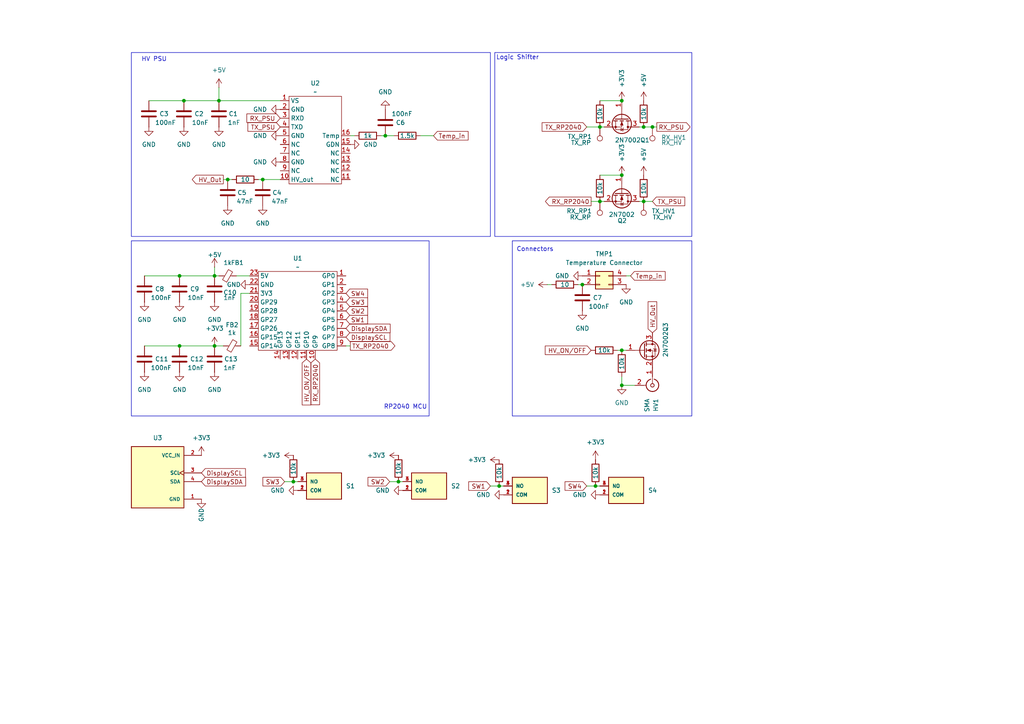
<source format=kicad_sch>
(kicad_sch (version 20231120) (generator "eeschema") (generator_version "8.0")
  (paper "A4")
  (lib_symbols
    (symbol "C11204-01:C11204"
      (property "Reference" "U" (at 0 5.08 0))
      (symbol "C11204_0_1"
        (rectangle (start -7.62 6.35) (end 7.62 -19.05))
      )
      (symbol "C11204_1_1"
        (pin input line (at -10.16 5.08 0) (length 2.54) (name "VS") (number "1"))
        (pin input line (at -10.16 -17.78 0) (length 2.54) (name "HV_out") (number "10"))
        (pin input line (at 10.16 -17.78 180) (length 2.54) (name "NC") (number "11"))
        (pin input line (at 10.16 -15.24 180) (length 2.54) (name "NC") (number "12"))
        (pin input line (at 10.16 -12.7 180) (length 2.54) (name "NC") (number "13"))
        (pin input line (at 10.16 -10.16 180) (length 2.54) (name "NC") (number "14"))
        (pin input line (at 10.16 -7.62 180) (length 2.54) (name "GDN") (number "15"))
        (pin input line (at 10.16 -5.08 180) (length 2.54) (name "Temp") (number "16"))
        (pin input line (at -10.16 2.54 0) (length 2.54) (name "GND") (number "2"))
        (pin input line (at -10.16 0 0) (length 2.54) (name "RXD") (number "3"))
        (pin output line (at -10.16 -2.54 0) (length 2.54) (name "TXD") (number "4"))
        (pin input line (at -10.16 -5.08 0) (length 2.54) (name "GND") (number "5"))
        (pin input line (at -10.16 -7.62 0) (length 2.54) (name "NC") (number "6"))
        (pin input line (at -10.16 -10.16 0) (length 2.54) (name "NC") (number "7"))
        (pin input line (at -10.16 -12.7 0) (length 2.54) (name "GND") (number "8"))
        (pin input line (at -10.16 -15.24 0) (length 2.54) (name "NC") (number "9"))
      )
    )
    (symbol "Connector:Conn_Coaxial" (pin_names (offset 1.016) hide)
      (property "Reference" "J" (at 0.254 3.048 0))
      (property "Value" "Conn_Coaxial" (at 2.921 0 90))
      (symbol "Conn_Coaxial_0_1"
        (arc (start -1.778 -0.508) (mid 0.2311 -1.8066) (end 1.778 0) (stroke (width 0.254)))
        (polyline (pts (xy -2.54 0) (xy -0.508 0)))
        (polyline (pts (xy 0 -2.54) (xy 0 -1.778)))
        (circle (center 0 0) (radius 0.508) (stroke (width 0.2032)))
        (arc (start 1.778 0) (mid 0.2099 1.8101) (end -1.778 0.508) (stroke (width 0.254)))
      )
      (symbol "Conn_Coaxial_1_1"
        (pin passive line (at -5.08 0 0) (length 2.54) (name "In") (number "1"))
        (pin passive line (at 0 -5.08 90) (length 2.54) (name "Ext") (number "2"))
      )
    )
    (symbol "Connector:TestPoint" (pin_numbers hide) (pin_names (offset 0.762) hide)
      (property "Reference" "TP" (at 0 6.858 0))
      (property "Value" "TestPoint" (at 0 5.08 0))
      (symbol "TestPoint_0_1"
        (circle (center 0 3.302) (radius 0.762))
      )
      (symbol "TestPoint_1_1"
        (pin passive line (at 0 0 90) (length 2.54) (name "1") (number "1"))
      )
    )
    (symbol "Connector_Generic:Conn_02x02_Counter_Clockwise" (pin_names (offset 1.016) hide)
      (property "Reference" "J" (at 1.27 2.54 0))
      (property "Value" "Conn_02x02_Counter_Clockwise" (at 1.27 -5.08 0))
      (symbol "Conn_02x02_Counter_Clockwise_1_1"
        (rectangle (start -1.27 -2.413) (end 0 -2.667) (stroke (width 0.1524)))
        (rectangle (start -1.27 0.127) (end 0 -0.127) (stroke (width 0.1524)))
        (rectangle (start -1.27 1.27) (end 3.81 -3.81) (stroke (width 0.254)) (fill (type background)))
        (rectangle (start 3.81 -2.413) (end 2.54 -2.667) (stroke (width 0.1524)))
        (rectangle (start 3.81 0.127) (end 2.54 -0.127) (stroke (width 0.1524)))
        (pin passive line (at -5.08 0 0) (length 3.81) (name "Pin_1") (number "1"))
        (pin passive line (at -5.08 -2.54 0) (length 3.81) (name "Pin_2") (number "2"))
        (pin passive line (at 7.62 -2.54 180) (length 3.81) (name "Pin_3") (number "3"))
        (pin passive line (at 7.62 0 180) (length 3.81) (name "Pin_4") (number "4"))
      )
    )
    (symbol "Device:C" (pin_numbers hide) (pin_names (offset 0.254))
      (property "Reference" "C" (at 0.635 2.54 0))
      (property "Value" "C" (at 0.635 -2.54 0))
      (symbol "C_0_1"
        (polyline (pts (xy -2.032 -0.762) (xy 2.032 -0.762)) (stroke (width 0.508)))
        (polyline (pts (xy -2.032 0.762) (xy 2.032 0.762)) (stroke (width 0.508)))
      )
      (symbol "C_1_1"
        (pin passive line (at 0 3.81 270) (length 2.794) (name "~") (number "1"))
        (pin passive line (at 0 -3.81 90) (length 2.794) (name "~") (number "2"))
      )
    )
    (symbol "Device:FerriteBead_Small" (pin_numbers hide) (pin_names (offset 0))
      (property "Reference" "FB" (at 1.905 1.27 0))
      (property "Value" "FerriteBead_Small" (at 1.905 -1.27 0))
      (symbol "FerriteBead_Small_0_1"
        (polyline (pts (xy 0 -1.27) (xy 0 -0.7874)))
        (polyline (pts (xy 0 0.889) (xy 0 1.2954)))
        (polyline (pts (xy -1.8288 0.2794) (xy -1.1176 1.4986) (xy 1.8288 -0.2032) (xy 1.1176 -1.4224) (xy -1.8288 0.2794)))
      )
      (symbol "FerriteBead_Small_1_1"
        (pin passive line (at 0 2.54 270) (length 1.27) (name "~") (number "1"))
        (pin passive line (at 0 -2.54 90) (length 1.27) (name "~") (number "2"))
      )
    )
    (symbol "Device:R" (pin_numbers hide) (pin_names (offset 0))
      (property "Reference" "R" (at 2.032 0 90))
      (property "Value" "R" (at 0 0 90))
      (symbol "R_0_1"
        (rectangle (start -1.016 -2.54) (end 1.016 2.54) (stroke (width 0.254)))
      )
      (symbol "R_1_1"
        (pin passive line (at 0 3.81 270) (length 1.27) (name "~") (number "1"))
        (pin passive line (at 0 -3.81 90) (length 1.27) (name "~") (number "2"))
      )
    )
    (symbol "Oled_Module:DM-OLED096-636" (pin_names (offset 1.016))
      (property "Reference" "U" (at -7.62 10.922 0))
      (property "Value" "DM-OLED096-636" (at -7.62 -10.16 0))
      (symbol "DM-OLED096-636_0_0"
        (rectangle (start -7.62 -7.62) (end 7.62 10.16) (stroke (width 0.254)) (fill (type background)))
        (pin power_in line (at 12.7 -5.08 180) (length 5.08) (name "GND") (number "1"))
        (pin power_in line (at 12.7 7.62 180) (length 5.08) (name "VCC_IN") (number "2"))
        (pin input clock (at 12.7 2.54 180) (length 5.08) (name "SCL") (number "3"))
        (pin bidirectional line (at 12.7 0 180) (length 5.08) (name "SDA") (number "4"))
      )
    )
    (symbol "RP2040MCU:SuperMiniRP2040"
      (property "Reference" "U" (at 0 0 0))
      (symbol "SuperMiniRP2040_0_1"
        (rectangle (start -11.43 7.62) (end 11.43 -15.24))
      )
      (symbol "SuperMiniRP2040_1_1"
        (pin input line (at 13.97 6.35 180) (length 2.54) (name "GP0") (number "1"))
        (pin input line (at 5.08 -17.78 90) (length 2.54) (name "GP9") (number "10"))
        (pin input line (at 2.54 -17.78 90) (length 2.54) (name "GP10") (number "11"))
        (pin input line (at 0 -17.78 90) (length 2.54) (name "GP11") (number "12"))
        (pin input line (at -2.54 -17.78 90) (length 2.54) (name "GP12") (number "13"))
        (pin input line (at -5.08 -17.78 90) (length 2.54) (name "GP13") (number "14"))
        (pin input line (at -13.97 -13.97 0) (length 2.54) (name "GP14") (number "15"))
        (pin input line (at -13.97 -11.43 0) (length 2.54) (name "GP15") (number "16"))
        (pin input line (at -13.97 -8.89 0) (length 2.54) (name "GP26") (number "17"))
        (pin input line (at -13.97 -6.35 0) (length 2.54) (name "GP27") (number "18"))
        (pin input line (at -13.97 -3.81 0) (length 2.54) (name "GP28") (number "19"))
        (pin input line (at 13.97 3.81 180) (length 2.54) (name "GP1") (number "2"))
        (pin input line (at -13.97 -1.27 0) (length 2.54) (name "GP29") (number "20"))
        (pin input line (at -13.97 1.27 0) (length 2.54) (name "3V3") (number "21"))
        (pin input line (at -13.97 3.81 0) (length 2.54) (name "GND") (number "22"))
        (pin input line (at -13.97 6.35 0) (length 2.54) (name "5V") (number "23"))
        (pin input line (at 13.97 1.27 180) (length 2.54) (name "GP2") (number "3"))
        (pin input line (at 13.97 -1.27 180) (length 2.54) (name "GP3") (number "4"))
        (pin input line (at 13.97 -3.81 180) (length 2.54) (name "GP4") (number "5"))
        (pin input line (at 13.97 -6.35 180) (length 2.54) (name "GP5") (number "6"))
        (pin input line (at 13.97 -8.89 180) (length 2.54) (name "GP6") (number "7"))
        (pin input line (at 13.97 -11.43 180) (length 2.54) (name "GP7") (number "8"))
        (pin input line (at 13.97 -13.97 180) (length 2.54) (name "GP8") (number "9"))
      )
    )
    (symbol "Switch:PTS815_SJG_250_SMTR_LFS" (pin_names (offset 1.016))
      (property "Reference" "S" (at 5.08 5.08 0))
      (property "Value" "PTS815_SJG_250_SMTR_LFS" (at 5.08 2.54 0))
      (symbol "PTS815_SJG_250_SMTR_LFS_0_0"
        (rectangle (start 0 -7.62) (end 10.16 0) (stroke (width 0.254)) (fill (type background)))
        (pin bidirectional line (at -2.54 -5.08 0) (length 2.54) (name "COM") (number "1"))
        (pin bidirectional line (at -2.54 -5.08 0) (length 2.54) (name "COM") (number "2"))
        (pin bidirectional line (at -2.54 -2.54 0) (length 2.54) (name "NO") (number "3"))
        (pin bidirectional line (at -2.54 -2.54 0) (length 2.54) (name "NO") (number "4"))
      )
    )
    (symbol "Transistor_FET:2N7002" (pin_names hide)
      (property "Reference" "Q" (at 5.08 1.905 0))
      (property "Value" "2N7002" (at 5.08 0 0))
      (symbol "2N7002_0_1"
        (polyline (pts (xy 0.254 0) (xy -2.54 0)))
        (polyline (pts (xy 0.254 1.905) (xy 0.254 -1.905)) (stroke (width 0.254)))
        (polyline (pts (xy 0.762 -1.27) (xy 0.762 -2.286)) (stroke (width 0.254)))
        (polyline (pts (xy 0.762 0.508) (xy 0.762 -0.508)) (stroke (width 0.254)))
        (polyline (pts (xy 0.762 2.286) (xy 0.762 1.27)) (stroke (width 0.254)))
        (polyline (pts (xy 2.54 2.54) (xy 2.54 1.778)))
        (polyline (pts (xy 2.54 -2.54) (xy 2.54 0) (xy 0.762 0)))
        (polyline (pts (xy 0.762 -1.778) (xy 3.302 -1.778) (xy 3.302 1.778) (xy 0.762 1.778)))
        (polyline (pts (xy 1.016 0) (xy 2.032 0.381) (xy 2.032 -0.381) (xy 1.016 0)) (fill (type outline)))
        (polyline (pts (xy 2.794 0.508) (xy 2.921 0.381) (xy 3.683 0.381) (xy 3.81 0.254)))
        (polyline (pts (xy 3.302 0.381) (xy 2.921 -0.254) (xy 3.683 -0.254) (xy 3.302 0.381)))
        (circle (center 1.651 0) (radius 2.794) (stroke (width 0.254)))
        (circle (center 2.54 -1.778) (radius 0.254) (fill (type outline)))
        (circle (center 2.54 1.778) (radius 0.254) (fill (type outline)))
      )
      (symbol "2N7002_1_1"
        (pin input line (at -5.08 0 0) (length 2.54) (name "G") (number "1"))
        (pin passive line (at 2.54 -5.08 90) (length 2.54) (name "S") (number "2"))
        (pin passive line (at 2.54 5.08 270) (length 2.54) (name "D") (number "3"))
      )
    )
    (symbol "power:+3V3" (power) (pin_numbers hide) (pin_names (offset 0) hide)
      (property "Value" "+3V3" (at 0 3.556 0))
      (symbol "+3V3_0_1"
        (polyline (pts (xy -0.762 1.27) (xy 0 2.54)))
        (polyline (pts (xy 0 0) (xy 0 2.54)))
        (polyline (pts (xy 0 2.54) (xy 0.762 1.27)))
      )
      (symbol "+3V3_1_1"
        (pin power_in line (at 0 0 90) (length 0) (name "~") (number "1"))
      )
    )
    (symbol "power:+5V" (power) (pin_numbers hide) (pin_names (offset 0) hide)
      (property "Value" "+5V" (at 0 3.556 0))
      (symbol "+5V_0_1"
        (polyline (pts (xy -0.762 1.27) (xy 0 2.54)))
        (polyline (pts (xy 0 0) (xy 0 2.54)))
        (polyline (pts (xy 0 2.54) (xy 0.762 1.27)))
      )
      (symbol "+5V_1_1"
        (pin power_in line (at 0 0 90) (length 0) (name "~") (number "1"))
      )
    )
    (symbol "power:GND" (power) (pin_numbers hide) (pin_names (offset 0) hide)
      (property "Value" "GND" (at 0 -3.81 0))
      (symbol "GND_0_1"
        (polyline (pts (xy 0 0) (xy 0 -1.27) (xy 1.27 -1.27) (xy 0 -2.54) (xy -1.27 -1.27) (xy 0 -1.27)))
      )
      (symbol "GND_1_1"
        (pin power_in line (at 0 0 270) (length 0) (name "~") (number "1"))
      )
    )
  )
  (junction (at 189.23 36.83))
  (junction (at 66.04 52.07))
  (junction (at 85.09 139.7))
  (junction (at 63.5 29.21))
  (junction (at 62.23 80.01))
  (junction (at 52.07 80.01))
  (junction (at 115.57 139.7))
  (junction (at 168.91 82.55))
  (junction (at 180.34 101.6))
  (junction (at 180.34 29.21))
  (junction (at 53.34 29.21))
  (junction (at 173.99 36.83))
  (junction (at 76.2 52.07))
  (junction (at 180.34 111.76))
  (junction (at 186.69 36.83))
  (junction (at 186.69 58.42))
  (junction (at 172.72 140.97))
  (junction (at 52.07 100.33))
  (junction (at 62.23 100.33))
  (junction (at 144.78 140.97))
  (junction (at 173.99 58.42))
  (junction (at 111.76 39.37))
  (junction (at 180.34 50.8))
  (wire (pts (xy 69.85 85.09) (xy 69.85 100.33)))
  (wire (pts (xy 180.34 109.22) (xy 180.34 111.76)))
  (wire (pts (xy 52.07 80.01) (xy 62.23 80.01)))
  (wire (pts (xy 189.23 58.42) (xy 186.69 58.42)))
  (wire (pts (xy 179.07 101.6) (xy 180.34 101.6)))
  (wire (pts (xy 115.57 139.7) (xy 116.84 139.7)))
  (wire (pts (xy 121.92 39.37) (xy 125.73 39.37)))
  (wire (pts (xy 66.04 52.07) (xy 67.31 52.07)))
  (wire (pts (xy 63.5 25.4) (xy 63.5 29.21)))
  (wire (pts (xy 171.45 58.42) (xy 173.99 58.42)))
  (wire (pts (xy 41.91 100.33) (xy 52.07 100.33)))
  (wire (pts (xy 180.34 111.76) (xy 184.15 111.76)))
  (wire (pts (xy 180.34 50.8) (xy 173.99 50.8)))
  (wire (pts (xy 190.5 36.83) (xy 189.23 36.83)))
  (wire (pts (xy 142.24 140.97) (xy 144.78 140.97)))
  (wire (pts (xy 101.6 100.33) (xy 100.33 100.33)))
  (wire (pts (xy 41.91 80.01) (xy 52.07 80.01)))
  (wire (pts (xy 113.03 139.7) (xy 115.57 139.7)))
  (wire (pts (xy 69.85 85.09) (xy 72.39 85.09)))
  (wire (pts (xy 175.26 58.42) (xy 173.99 58.42)))
  (wire (pts (xy 180.34 101.6) (xy 181.61 101.6)))
  (wire (pts (xy 170.18 36.83) (xy 173.99 36.83)))
  (wire (pts (xy 74.93 52.07) (xy 76.2 52.07)))
  (wire (pts (xy 175.26 36.83) (xy 173.99 36.83)))
  (wire (pts (xy 167.64 82.55) (xy 168.91 82.55)))
  (wire (pts (xy 76.2 52.07) (xy 81.28 52.07)))
  (wire (pts (xy 62.23 80.01) (xy 63.5 80.01)))
  (wire (pts (xy 53.34 29.21) (xy 63.5 29.21)))
  (wire (pts (xy 144.78 140.97) (xy 146.05 140.97)))
  (wire (pts (xy 68.58 80.01) (xy 72.39 80.01)))
  (wire (pts (xy 63.5 29.21) (xy 81.28 29.21)))
  (wire (pts (xy 170.18 140.97) (xy 172.72 140.97)))
  (wire (pts (xy 180.34 29.21) (xy 173.99 29.21)))
  (wire (pts (xy 114.3 39.37) (xy 111.76 39.37)))
  (wire (pts (xy 82.55 139.7) (xy 85.09 139.7)))
  (wire (pts (xy 102.87 39.37) (xy 101.6 39.37)))
  (wire (pts (xy 111.76 39.37) (xy 110.49 39.37)))
  (wire (pts (xy 158.75 82.55) (xy 160.02 82.55)))
  (wire (pts (xy 189.23 36.83) (xy 186.69 36.83)))
  (wire (pts (xy 62.23 77.47) (xy 62.23 80.01)))
  (wire (pts (xy 52.07 100.33) (xy 62.23 100.33)))
  (wire (pts (xy 186.69 36.83) (xy 185.42 36.83)))
  (wire (pts (xy 172.72 140.97) (xy 173.99 140.97)))
  (wire (pts (xy 186.69 58.42) (xy 185.42 58.42)))
  (wire (pts (xy 85.09 139.7) (xy 86.36 139.7)))
  (wire (pts (xy 43.18 29.21) (xy 53.34 29.21)))
  (wire (pts (xy 64.77 52.07) (xy 66.04 52.07)))
  (wire (pts (xy 182.88 80.01) (xy 181.61 80.01)))
  (wire (pts (xy 62.23 100.33) (xy 64.77 100.33)))
  (rectangle (start 38.1 15.24) (end 142.24 68.58))
  (rectangle (start 148.59 69.85) (end 200.66 120.65))
  (rectangle (start 38.1 69.85) (end 124.46 120.65))
  (rectangle (start 143.51 15.24) (end 200.66 68.58))
  (text "Connectors" (at 155.194 72.39 0) (effects (font (size 1.27 1.27))))
  (text "Logic Shifter" (at 150.114 16.764 0) (effects (font (size 1.27 1.27))))
  (text "HV PSU" (at 44.704 17.272 0) (effects (font (size 1.27 1.27))))
  (text "RP2040 MCU" (at 117.602 118.11 0) (effects (font (size 1.27 1.27))))
  (global_label "SW1" (shape input) (at 142.24 140.97 180) (property "Intersheetrefs" "${INTERSHEET_REFS}" (effects (hide yes))))
  (global_label "DisplaySDA" (shape input) (at 58.42 139.7 0) (property "Intersheetrefs" "${INTERSHEET_REFS}" (effects (hide yes))))
  (global_label "HV_Out" (shape input) (at 189.23 96.52 90) (property "Intersheetrefs" "${INTERSHEET_REFS}" (effects (hide yes))))
  (global_label "SW1" (shape input) (at 100.33 92.71 0) (property "Intersheetrefs" "${INTERSHEET_REFS}" (effects (hide yes))))
  (global_label "RX_RP2040" (shape input) (at 91.44 104.14 270) (property "Intersheetrefs" "${INTERSHEET_REFS}" (effects (hide yes))))
  (global_label "HV_ON{slash}OFF" (shape input) (at 88.9 104.14 270) (property "Intersheetrefs" "${INTERSHEET_REFS}" (effects (hide yes))))
  (global_label "Temp_in" (shape input) (at 125.73 39.37 0) (property "Intersheetrefs" "${INTERSHEET_REFS}" (effects (hide yes))))
  (global_label "SW3" (shape input) (at 82.55 139.7 180) (property "Intersheetrefs" "${INTERSHEET_REFS}" (effects (hide yes))))
  (global_label "RX_PSU" (shape output) (at 190.5 36.83 0) (property "Intersheetrefs" "${INTERSHEET_REFS}" (effects (hide yes))))
  (global_label "SW2" (shape input) (at 113.03 139.7 180) (property "Intersheetrefs" "${INTERSHEET_REFS}" (effects (hide yes))))
  (global_label "HV_ON{slash}OFF" (shape input) (at 171.45 101.6 180) (property "Intersheetrefs" "${INTERSHEET_REFS}" (effects (hide yes))))
  (global_label "TX_RP2040" (shape output) (at 101.6 100.33 0) (property "Intersheetrefs" "${INTERSHEET_REFS}" (effects (hide yes))))
  (global_label "TX_PSU" (shape input) (at 81.28 36.83 180) (property "Intersheetrefs" "${INTERSHEET_REFS}" (effects (hide yes))))
  (global_label "SW3" (shape input) (at 100.33 87.63 0) (property "Intersheetrefs" "${INTERSHEET_REFS}" (effects (hide yes))))
  (global_label "TX_PSU" (shape input) (at 189.23 58.42 0) (property "Intersheetrefs" "${INTERSHEET_REFS}" (effects (hide yes))))
  (global_label "RX_PSU" (shape input) (at 81.28 34.29 180) (property "Intersheetrefs" "${INTERSHEET_REFS}" (effects (hide yes))))
  (global_label "DisplaySCL" (shape input) (at 58.42 137.16 0) (property "Intersheetrefs" "${INTERSHEET_REFS}" (effects (hide yes))))
  (global_label "Temp_in" (shape input) (at 182.88 80.01 0) (property "Intersheetrefs" "${INTERSHEET_REFS}" (effects (hide yes))))
  (global_label "DisplaySCL" (shape input) (at 100.33 97.79 0) (property "Intersheetrefs" "${INTERSHEET_REFS}" (effects (hide yes))))
  (global_label "SW4" (shape input) (at 100.33 85.09 0) (property "Intersheetrefs" "${INTERSHEET_REFS}" (effects (hide yes))))
  (global_label "HV_Out" (shape output) (at 64.77 52.07 180) (property "Intersheetrefs" "${INTERSHEET_REFS}" (effects (hide yes))))
  (global_label "RX_RP2040" (shape output) (at 171.45 58.42 180) (property "Intersheetrefs" "${INTERSHEET_REFS}" (effects (hide yes))))
  (global_label "DisplaySDA" (shape input) (at 100.33 95.25 0) (property "Intersheetrefs" "${INTERSHEET_REFS}" (effects (hide yes))))
  (global_label "SW2" (shape input) (at 100.33 90.17 0) (property "Intersheetrefs" "${INTERSHEET_REFS}" (effects (hide yes))))
  (global_label "TX_RP2040" (shape input) (at 170.18 36.83 180) (property "Intersheetrefs" "${INTERSHEET_REFS}" (effects (hide yes))))
  (global_label "SW4" (shape input) (at 170.18 140.97 180) (property "Intersheetrefs" "${INTERSHEET_REFS}" (effects (hide yes))))
  (symbol (lib_id "power:GND") (at 81.28 46.99 270) (unit 1)
    (property "Reference" "#PWR08" (effects (hide yes)))
    (property "Value" "GND" (at 77.47 46.9899 90) (effects (justify right)))
    (property "Description" "Power symbol creates a global label with name \"GND\" , ground" (effects (hide yes)))
  )
  (symbol (lib_id "power:GND") (at 180.34 111.76 0) (unit 1)
    (property "Reference" "#PWR040" (effects (hide yes)))
    (property "Value" "GND" (at 180.34 116.84 0))
    (property "Description" "Power symbol creates a global label with name \"GND\" , ground" (effects (hide yes)))
  )
  (symbol (lib_id "power:GND") (at 86.36 142.24 270) (unit 1)
    (property "Reference" "#PWR034" (effects (hide yes)))
    (property "Value" "GND" (at 82.55 142.2399 90) (effects (justify right)))
    (property "Description" "Power symbol creates a global label with name \"GND\" , ground" (effects (hide yes)))
  )
  (symbol (lib_id "Device:R") (at 186.69 33.02 0) (unit 1)
    (property "Reference" "R2" (effects (hide yes)))
    (property "Value" "10k" (at 186.69 33.02 90))
    (property "Footprint" "Resistor_SMD:R_0603_1608Metric" (effects (hide yes)))
    (property "Description" "Resistor" (effects (hide yes)))
  )
  (symbol (lib_id "power:+3V3") (at 58.42 132.08 0) (unit 1)
    (property "Reference" "#PWR030" (effects (hide yes)))
    (property "Value" "+3V3" (at 58.42 127 0))
    (property "Description" "Power symbol creates a global label with name \"+3V3\"" (effects (hide yes)))
  )
  (symbol (lib_id "Device:C") (at 111.76 35.56 0) (mirror x) (unit 1)
    (property "Reference" "C6" (at 114.808 35.56 0) (effects (justify left)))
    (property "Value" "100nF" (at 113.538 33.02 0) (effects (justify left)))
    (property "Footprint" "Capacitor_SMD:C_0603_1608Metric" (effects (hide yes)))
    (property "Description" "Unpolarized capacitor" (effects (hide yes)))
  )
  (symbol (lib_id "Device:FerriteBead_Small") (at 66.04 80.01 90) (unit 1)
    (property "Reference" "FB1" (at 68.834 76.2 90))
    (property "Value" "1k" (at 66.0019 76.2 90))
    (property "Footprint" "Inductor_SMD:L_0603_1608Metric" (effects (hide yes)))
    (property "Description" "Ferrite bead, small symbol" (effects (hide yes)))
  )
  (symbol (lib_id "Device:R") (at 186.69 54.61 0) (unit 1)
    (property "Reference" "R4" (effects (hide yes)))
    (property "Value" "10k" (at 186.69 54.61 90))
    (property "Footprint" "Resistor_SMD:R_0603_1608Metric" (effects (hide yes)))
    (property "Description" "Resistor" (effects (hide yes)))
  )
  (symbol (lib_id "power:+3V3") (at 115.57 132.08 90) (unit 1)
    (property "Reference" "#PWR038" (effects (hide yes)))
    (property "Value" "+3V3" (at 111.76 132.0799 90) (effects (justify left)))
    (property "Description" "Power symbol creates a global label with name \"+3V3\"" (effects (hide yes)))
  )
  (symbol (lib_id "Connector:TestPoint") (at 173.99 58.42 0) (mirror x) (unit 1)
    (property "Reference" "RX_RP1" (at 171.704 61.214 0) (effects (justify right)))
    (property "Value" "RX_RP" (at 171.45 62.9919 0) (effects (justify right)))
    (property "Footprint" "TestPoint:TestPoint_Pad_D2.0mm" (effects (hide yes)))
    (property "Description" "test point" (effects (hide yes)))
  )
  (symbol (lib_id "Device:R") (at 175.26 101.6 90) (unit 1)
    (property "Reference" "R13" (effects (hide yes)))
    (property "Value" "10k" (at 175.26 101.6 90))
    (property "Footprint" "Resistor_SMD:R_0603_1608Metric" (effects (hide yes)))
    (property "Description" "Resistor" (effects (hide yes)))
  )
  (symbol (lib_id "power:GND") (at 53.34 36.83 0) (unit 1)
    (property "Reference" "#PWR014" (effects (hide yes)))
    (property "Value" "GND" (at 53.34 41.91 0))
    (property "Description" "Power symbol creates a global label with name \"GND\" , ground" (effects (hide yes)))
  )
  (symbol (lib_id "power:GND") (at 111.76 31.75 180) (unit 1)
    (property "Reference" "#PWR018" (effects (hide yes)))
    (property "Value" "GND" (at 111.76 26.67 0))
    (property "Description" "Power symbol creates a global label with name \"GND\" , ground" (effects (hide yes)))
  )
  (symbol (lib_id "RP2040MCU:SuperMiniRP2040") (at 86.36 86.36 0) (unit 1)
    (property "Reference" "U1" (at 86.36 74.93 0))
    (property "Value" "~" (at 86.36 77.47 0))
    (property "Footprint" "RP2040MCU:SuperMiniRP2040" (effects (hide yes)))
  )
  (symbol (lib_id "power:GND") (at 81.28 31.75 270) (unit 1)
    (property "Reference" "#PWR06" (effects (hide yes)))
    (property "Value" "GND" (at 77.47 31.7499 90) (effects (justify right)))
    (property "Description" "Power symbol creates a global label with name \"GND\" , ground" (effects (hide yes)))
  )
  (symbol (lib_id "Device:R") (at 163.83 82.55 270) (unit 1)
    (property "Reference" "R8" (effects (hide yes)))
    (property "Value" "10" (at 163.83 82.55 90))
    (property "Footprint" "Resistor_SMD:R_0603_1608Metric" (effects (hide yes)))
    (property "Description" "Resistor" (effects (hide yes)))
  )
  (symbol (lib_id "Oled_Module:DM-OLED096-636") (at 45.72 139.7 0) (unit 1)
    (property "Reference" "U3" (at 45.72 127 0))
    (property "Value" "DM-OLED096-636" (effects (hide yes)))
    (property "Footprint" "Oled_module:MODULE_DM-OLED096-636" (effects (hide yes)))
    (property "MF" "Display Module" (effects (hide yes)))
    (property "MAXIMUM_PACKAGE_HEIGHT" "11.3 mm" (effects (hide yes)))
    (property "Package" "Package" (effects (hide yes)))
    (property "Price" "None" (effects (hide yes)))
    (property "Check_prices" "https://www.snapeda.com/parts/DM-OLED096-636/Display+Module/view-part/?ref=eda" (effects (hide yes)))
    (property "STANDARD" "Manufacturer Recommendations" (effects (hide yes)))
    (property "PARTREV" "2018-09-10" (effects (hide yes)))
    (property "SnapEDA_Link" "https://www.snapeda.com/parts/DM-OLED096-636/Display+Module/view-part/?ref=snap" (effects (hide yes)))
    (property "MP" "DM-OLED096-636" (effects (hide yes)))
    (property "Description_1" "\n0.96” 128 X 64 MONOCHROME GRAPHIC OLED DISPLAY MODULE - I2C\n" (effects (hide yes)))
    (property "Availability" "Not in stock" (effects (hide yes)))
    (property "MANUFACTURER" "Displaymodule" (effects (hide yes)))
  )
  (symbol (lib_id "Device:R") (at 144.78 137.16 0) (unit 1)
    (property "Reference" "R12" (effects (hide yes)))
    (property "Value" "10k" (at 144.78 137.16 90))
    (property "Footprint" "Resistor_SMD:R_0603_1608Metric" (effects (hide yes)))
    (property "Description" "Resistor" (effects (hide yes)))
  )
  (symbol (lib_id "power:+3V3") (at 172.72 133.35 0) (unit 1)
    (property "Reference" "#PWR036" (effects (hide yes)))
    (property "Value" "+3V3" (at 172.72 128.27 0))
    (property "Description" "Power symbol creates a global label with name \"+3V3\"" (effects (hide yes)))
  )
  (symbol (lib_id "Device:C") (at 52.07 83.82 0) (unit 1)
    (property "Reference" "C9" (at 55.118 83.82 0) (effects (justify left)))
    (property "Value" "10nF" (at 54.356 86.36 0) (effects (justify left)))
    (property "Footprint" "Capacitor_SMD:C_0603_1608Metric" (effects (hide yes)))
    (property "Description" "Unpolarized capacitor" (effects (hide yes)))
  )
  (symbol (lib_id "Device:C") (at 168.91 86.36 0) (unit 1)
    (property "Reference" "C7" (at 171.958 86.36 0) (effects (justify left)))
    (property "Value" "100nF" (at 170.688 88.9 0) (effects (justify left)))
    (property "Footprint" "Capacitor_SMD:C_0603_1608Metric" (effects (hide yes)))
    (property "Description" "Unpolarized capacitor" (effects (hide yes)))
  )
  (symbol (lib_id "power:GND") (at 168.91 80.01 270) (unit 1)
    (property "Reference" "#PWR020" (effects (hide yes)))
    (property "Value" "GND" (at 165.1 80.0099 90) (effects (justify right)))
    (property "Description" "Power symbol creates a global label with name \"GND\" , ground" (effects (hide yes)))
  )
  (symbol (lib_id "Device:R") (at 85.09 135.89 0) (unit 1)
    (property "Reference" "R10" (effects (hide yes)))
    (property "Value" "10k" (at 85.09 135.89 90))
    (property "Footprint" "Resistor_SMD:R_0603_1608Metric" (effects (hide yes)))
    (property "Description" "Resistor" (effects (hide yes)))
  )
  (symbol (lib_id "power:+5V") (at 158.75 82.55 90) (unit 1)
    (property "Reference" "#PWR021" (effects (hide yes)))
    (property "Value" "+5V" (at 154.94 82.5499 90) (effects (justify left)))
    (property "Description" "Power symbol creates a global label with name \"+5V\"" (effects (hide yes)))
  )
  (symbol (lib_id "Device:C") (at 66.04 55.88 0) (unit 1)
    (property "Reference" "C5" (at 68.834 55.88 0) (effects (justify left)))
    (property "Value" "47nF" (at 68.58 58.42 0) (effects (justify left)))
    (property "Footprint" "Capacitor_SMD:C_0603_1608Metric" (effects (hide yes)))
    (property "Description" "Unpolarized capacitor" (effects (hide yes)))
  )
  (symbol (lib_id "power:GND") (at 63.5 36.83 0) (unit 1)
    (property "Reference" "#PWR013" (effects (hide yes)))
    (property "Value" "GND" (at 63.5 41.91 0))
    (property "Description" "Power symbol creates a global label with name \"GND\" , ground" (effects (hide yes)))
  )
  (symbol (lib_id "power:GND") (at 181.61 82.55 0) (unit 1)
    (property "Reference" "#PWR019" (effects (hide yes)))
    (property "Value" "GND" (at 181.61 87.63 0))
    (property "Description" "Power symbol creates a global label with name \"GND\" , ground" (effects (hide yes)))
  )
  (symbol (lib_id "power:GND") (at 62.23 87.63 0) (unit 1)
    (property "Reference" "#PWR026" (effects (hide yes)))
    (property "Value" "GND" (at 62.23 92.71 0))
    (property "Description" "Power symbol creates a global label with name \"GND\" , ground" (effects (hide yes)))
  )
  (symbol (lib_id "power:GND") (at 116.84 142.24 270) (unit 1)
    (property "Reference" "#PWR033" (effects (hide yes)))
    (property "Value" "GND" (at 113.03 142.2399 90) (effects (justify right)))
    (property "Description" "Power symbol creates a global label with name \"GND\" , ground" (effects (hide yes)))
  )
  (symbol (lib_id "power:GND") (at 76.2 59.69 0) (unit 1)
    (property "Reference" "#PWR016" (effects (hide yes)))
    (property "Value" "GND" (at 76.2 64.77 0))
    (property "Description" "Power symbol creates a global label with name \"GND\" , ground" (effects (hide yes)))
  )
  (symbol (lib_id "Device:C") (at 62.23 104.14 0) (unit 1)
    (property "Reference" "C13" (at 65.024 104.14 0) (effects (justify left)))
    (property "Value" "1nF" (at 64.77 106.68 0) (effects (justify left)))
    (property "Footprint" "Capacitor_SMD:C_0603_1608Metric" (effects (hide yes)))
    (property "Description" "Unpolarized capacitor" (effects (hide yes)))
  )
  (symbol (lib_id "power:+3V3") (at 85.09 132.08 90) (unit 1)
    (property "Reference" "#PWR037" (effects (hide yes)))
    (property "Value" "+3V3" (at 81.28 132.0799 90) (effects (justify left)))
    (property "Description" "Power symbol creates a global label with name \"+3V3\"" (effects (hide yes)))
  )
  (symbol (lib_id "power:GND") (at 52.07 107.95 0) (unit 1)
    (property "Reference" "#PWR028" (effects (hide yes)))
    (property "Value" "GND" (at 52.07 113.03 0))
    (property "Description" "Power symbol creates a global label with name \"GND\" , ground" (effects (hide yes)))
  )
  (symbol (lib_id "Connector:TestPoint") (at 173.99 36.83 0) (mirror x) (unit 1)
    (property "Reference" "TX_RP1" (at 171.704 39.624 0) (effects (justify right)))
    (property "Value" "TX_RP" (at 171.45 41.4019 0) (effects (justify right)))
    (property "Footprint" "TestPoint:TestPoint_Pad_D2.0mm" (effects (hide yes)))
    (property "Description" "test point" (effects (hide yes)))
  )
  (symbol (lib_id "Device:R") (at 180.34 105.41 180) (unit 1)
    (property "Reference" "R14" (effects (hide yes)))
    (property "Value" "10k" (at 180.34 105.41 90))
    (property "Footprint" "Resistor_SMD:R_0603_1608Metric" (effects (hide yes)))
    (property "Description" "Resistor" (effects (hide yes)))
  )
  (symbol (lib_id "power:GND") (at 43.18 36.83 0) (unit 1)
    (property "Reference" "#PWR015" (effects (hide yes)))
    (property "Value" "GND" (at 43.18 41.91 0))
    (property "Description" "Power symbol creates a global label with name \"GND\" , ground" (effects (hide yes)))
  )
  (symbol (lib_id "power:GND") (at 58.42 144.78 0) (unit 1)
    (property "Reference" "#PWR031" (effects (hide yes)))
    (property "Value" "GND" (at 58.42 147.32 90) (effects (justify right)))
    (property "Description" "Power symbol creates a global label with name \"GND\" , ground" (effects (hide yes)))
  )
  (symbol (lib_id "Switch:PTS815_SJG_250_SMTR_LFS") (at 176.53 138.43 0) (unit 1)
    (property "Reference" "S4" (at 187.96 142.2399 0) (effects (justify left)))
    (property "Value" "PTS815_SJG_250_SMTR_LFS" (effects (hide yes)))
    (property "Footprint" "Switch:PTS815SJG250SMTRLFS" (effects (hide yes)))
    (property "MANUFACTURER_NAME" "C & K COMPONENTS" (effects (hide yes)))
    (property "MF" "C&K" (effects (hide yes)))
    (property "MOUSER_PRICE-STOCK" "https://www.mouser.co.uk/ProductDetail/CK/PTS815-SJG-250-SMTR-LFS?qs=ahcBuItHZ3yjoEmU1Oppnw%3D%3D" (effects (hide yes)))
    (property "DESCRIPTION" "Tactile Switches Tact Switch, 12 VDC, 50 mA, 4.2x3.2, 2.5mm H, 400gf, J leads" (effects (hide yes)))
    (property "MOUSER_PART_NUMBER" "611-PTS815SJG250SMTR" (effects (hide yes)))
    (property "Price" "None" (effects (hide yes)))
    (property "Package" "None" (effects (hide yes)))
    (property "Check_prices" "https://www.snapeda.com/parts/PTS815%20SJG%20250%20SMTR%20LFS/C%2526K/view-part/?ref=eda" (effects (hide yes)))
    (property "HEIGHT" "2.7mm" (effects (hide yes)))
    (property "SnapEDA_Link" "https://www.snapeda.com/parts/PTS815%20SJG%20250%20SMTR%20LFS/C%2526K/view-part/?ref=snap" (effects (hide yes)))
    (property "MP" "PTS815 SJG 250 SMTR LFS" (effects (hide yes)))
    (property "Description_1" "\nSwitch;Tactile;4.2 x 3.2;2.5MM;400gf;J Leads | C&K PTS815 SJG 250 SMTR LFS\n" (effects (hide yes)))
    (property "Availability" "In Stock" (effects (hide yes)))
    (property "MANUFACTURER_PART_NUMBER" "PTS815 SJG 250 SMTR LFS" (effects (hide yes)))
  )
  (symbol (lib_id "power:+3V3") (at 180.34 50.8 0) (unit 1)
    (property "Reference" "#PWR011" (effects (hide yes)))
    (property "Value" "+3V3" (at 180.3401 46.99 90) (effects (justify left)))
    (property "Description" "Power symbol creates a global label with name \"+3V3\"" (effects (hide yes)))
  )
  (symbol (lib_id "Device:R") (at 106.68 39.37 270) (unit 1)
    (property "Reference" "R6" (effects (hide yes)))
    (property "Value" "1k" (at 106.68 39.37 90))
    (property "Footprint" "Resistor_SMD:R_0603_1608Metric" (effects (hide yes)))
    (property "Description" "Resistor" (effects (hide yes)))
  )
  (symbol (lib_id "Transistor_FET:2N7002") (at 186.69 101.6 0) (unit 1)
    (property "Reference" "Q3" (at 193.04 96.266 90) (effects (justify left)))
    (property "Value" "2N7002" (at 193.04 103.632 90) (effects (justify left)))
    (property "Footprint" "Package_TO_SOT_SMD:SOT-23" (effects (hide yes)))
    (property "Datasheet" "https://www.onsemi.com/pub/Collateral/NDS7002A-D.PDF" (effects (hide yes)))
    (property "Description" "0.115A Id, 60V Vds, N-Channel MOSFET, SOT-23" (effects (hide yes)))
  )
  (symbol (lib_id "power:+5V") (at 186.69 29.21 0) (unit 1)
    (property "Reference" "#PWR010" (effects (hide yes)))
    (property "Value" "+5V" (at 186.6901 25.4 90) (effects (justify left)))
    (property "Description" "Power symbol creates a global label with name \"+5V\"" (effects (hide yes)))
  )
  (symbol (lib_id "power:GND") (at 62.23 107.95 0) (unit 1)
    (property "Reference" "#PWR029" (effects (hide yes)))
    (property "Value" "GND" (at 62.23 113.03 0))
    (property "Description" "Power symbol creates a global label with name \"GND\" , ground" (effects (hide yes)))
  )
  (symbol (lib_id "power:+5V") (at 63.5 25.4 0) (unit 1)
    (property "Reference" "#PWR05" (effects (hide yes)))
    (property "Value" "+5V" (at 63.5 20.32 0))
    (property "Description" "Power symbol creates a global label with name \"+5V\"" (effects (hide yes)))
  )
  (symbol (lib_id "power:GND") (at 81.28 39.37 270) (unit 1)
    (property "Reference" "#PWR07" (effects (hide yes)))
    (property "Value" "GND" (at 77.47 39.3699 90) (effects (justify right)))
    (property "Description" "Power symbol creates a global label with name \"GND\" , ground" (effects (hide yes)))
  )
  (symbol (lib_id "Connector_Generic:Conn_02x02_Counter_Clockwise") (at 173.99 80.01 0) (unit 1)
    (property "Reference" "TMP1" (at 175.26 73.66 0))
    (property "Value" "Temperature Connector" (at 175.26 76.2 0))
    (property "Footprint" "Connector_PinSocket_2.00mm:PinSocket_2x02_P2.00mm_Vertical_SMD" (effects (hide yes)))
    (property "Description" "Generic connector, double row, 02x02, counter clockwise pin numbering scheme (similar to DIP package numbering), script generated (kicad-library-utils/schlib/autogen/connector/)" (effects (hide yes)))
  )
  (symbol (lib_id "Device:FerriteBead_Small") (at 67.31 100.33 90) (unit 1)
    (property "Reference" "FB2" (at 67.31 94.234 90))
    (property "Value" "1k" (at 67.2719 96.52 90))
    (property "Footprint" "Inductor_SMD:L_0603_1608Metric" (effects (hide yes)))
    (property "Description" "Ferrite bead, small symbol" (effects (hide yes)))
  )
  (symbol (lib_id "Transistor_FET:2N7002") (at 180.34 34.29 270) (unit 1)
    (property "Reference" "Q1" (at 185.674 40.64 90) (effects (justify left)))
    (property "Value" "2N7002" (at 178.308 40.64 90) (effects (justify left)))
    (property "Footprint" "Package_TO_SOT_SMD:SOT-23" (effects (hide yes)))
    (property "Datasheet" "https://www.onsemi.com/pub/Collateral/NDS7002A-D.PDF" (effects (hide yes)))
    (property "Description" "0.115A Id, 60V Vds, N-Channel MOSFET, SOT-23" (effects (hide yes)))
  )
  (symbol (lib_id "power:+5V") (at 186.69 50.8 0) (unit 1)
    (property "Reference" "#PWR012" (effects (hide yes)))
    (property "Value" "+5V" (at 186.6901 46.99 90) (effects (justify left)))
    (property "Description" "Power symbol creates a global label with name \"+5V\"" (effects (hide yes)))
  )
  (symbol (lib_id "Transistor_FET:2N7002") (at 180.34 55.88 270) (unit 1)
    (property "Reference" "Q2" (at 179.07 64.008 90) (effects (justify left)))
    (property "Value" "2N7002" (at 176.53 62.23 90) (effects (justify left)))
    (property "Footprint" "Package_TO_SOT_SMD:SOT-23" (effects (hide yes)))
    (property "Datasheet" "https://www.onsemi.com/pub/Collateral/NDS7002A-D.PDF" (effects (hide yes)))
    (property "Description" "0.115A Id, 60V Vds, N-Channel MOSFET, SOT-23" (effects (hide yes)))
  )
  (symbol (lib_id "Device:R") (at 115.57 135.89 0) (unit 1)
    (property "Reference" "R11" (effects (hide yes)))
    (property "Value" "10k" (at 115.57 135.89 90))
    (property "Footprint" "Resistor_SMD:R_0603_1608Metric" (effects (hide yes)))
    (property "Description" "Resistor" (effects (hide yes)))
  )
  (symbol (lib_id "power:GND") (at 101.6 41.91 90) (unit 1)
    (property "Reference" "#PWR09" (effects (hide yes)))
    (property "Value" "GND" (at 105.41 41.9099 90) (effects (justify right)))
    (property "Description" "Power symbol creates a global label with name \"GND\" , ground" (effects (hide yes)))
  )
  (symbol (lib_id "power:GND") (at 173.99 143.51 270) (unit 1)
    (property "Reference" "#PWR035" (effects (hide yes)))
    (property "Value" "GND" (at 170.18 143.5099 90) (effects (justify right)))
    (property "Description" "Power symbol creates a global label with name \"GND\" , ground" (effects (hide yes)))
  )
  (symbol (lib_id "power:GND") (at 66.04 59.69 0) (unit 1)
    (property "Reference" "#PWR017" (effects (hide yes)))
    (property "Value" "GND" (at 66.04 64.77 0))
    (property "Description" "Power symbol creates a global label with name \"GND\" , ground" (effects (hide yes)))
  )
  (symbol (lib_id "power:GND") (at 41.91 87.63 0) (unit 1)
    (property "Reference" "#PWR024" (effects (hide yes)))
    (property "Value" "GND" (at 41.91 92.71 0))
    (property "Description" "Power symbol creates a global label with name \"GND\" , ground" (effects (hide yes)))
  )
  (symbol (lib_id "Device:C") (at 43.18 33.02 0) (unit 1)
    (property "Reference" "C3" (at 46.228 33.02 0) (effects (justify left)))
    (property "Value" "100nF" (at 44.958 35.56 0) (effects (justify left)))
    (property "Footprint" "Capacitor_SMD:C_0603_1608Metric" (effects (hide yes)))
    (property "Description" "Unpolarized capacitor" (effects (hide yes)))
  )
  (symbol (lib_id "Connector:Conn_Coaxial") (at 189.23 111.76 270) (unit 1)
    (property "Reference" "HV1" (at 190.2069 115.57 0) (effects (justify left)))
    (property "Value" "SMA" (at 187.6669 115.57 0) (effects (justify left)))
    (property "Footprint" "Connector_Coaxial:SMA_Wurth_60312002114503_Vertical" (effects (hide yes)))
    (property "Description" "coaxial connector (BNC, SMA, SMB, SMC, Cinch/RCA, LEMO, ...)" (effects (hide yes)))
  )
  (symbol (lib_id "power:+3V3") (at 144.78 133.35 90) (unit 1)
    (property "Reference" "#PWR039" (effects (hide yes)))
    (property "Value" "+3V3" (at 140.97 133.3499 90) (effects (justify left)))
    (property "Description" "Power symbol creates a global label with name \"+3V3\"" (effects (hide yes)))
  )
  (symbol (lib_id "power:GND") (at 52.07 87.63 0) (unit 1)
    (property "Reference" "#PWR025" (effects (hide yes)))
    (property "Value" "GND" (at 52.07 92.71 0))
    (property "Description" "Power symbol creates a global label with name \"GND\" , ground" (effects (hide yes)))
  )
  (symbol (lib_id "power:+3V3") (at 62.23 100.33 0) (unit 1)
    (property "Reference" "#PWR01" (effects (hide yes)))
    (property "Value" "+3V3" (at 62.23 95.25 0))
    (property "Description" "Power symbol creates a global label with name \"+3V3\"" (effects (hide yes)))
  )
  (symbol (lib_id "power:+5V") (at 62.23 77.47 0) (unit 1)
    (property "Reference" "#PWR03" (effects (hide yes)))
    (property "Value" "+5V" (at 62.23 73.914 0))
    (property "Description" "Power symbol creates a global label with name \"+5V\"" (effects (hide yes)))
  )
  (symbol (lib_id "Device:R") (at 71.12 52.07 270) (unit 1)
    (property "Reference" "R5" (effects (hide yes)))
    (property "Value" "10" (at 71.12 52.07 90))
    (property "Footprint" "Resistor_SMD:R_0603_1608Metric" (effects (hide yes)))
    (property "Description" "Resistor" (effects (hide yes)))
  )
  (symbol (lib_id "Device:C") (at 53.34 33.02 0) (unit 1)
    (property "Reference" "C2" (at 56.388 33.02 0) (effects (justify left)))
    (property "Value" "10nF" (at 55.626 35.56 0) (effects (justify left)))
    (property "Footprint" "Capacitor_SMD:C_0603_1608Metric" (effects (hide yes)))
    (property "Description" "Unpolarized capacitor" (effects (hide yes)))
  )
  (symbol (lib_id "power:GND") (at 146.05 143.51 270) (unit 1)
    (property "Reference" "#PWR032" (effects (hide yes)))
    (property "Value" "GND" (at 142.24 143.5099 90) (effects (justify right)))
    (property "Description" "Power symbol creates a global label with name \"GND\" , ground" (effects (hide yes)))
  )
  (symbol (lib_id "Device:C") (at 62.23 83.82 0) (unit 1)
    (property "Reference" "C10" (at 64.77 84.836 0) (effects (justify left)))
    (property "Value" "1nF" (at 64.77 86.36 0) (effects (justify left)))
    (property "Footprint" "Capacitor_SMD:C_0603_1608Metric" (effects (hide yes)))
    (property "Description" "Unpolarized capacitor" (effects (hide yes)))
  )
  (symbol (lib_id "Switch:PTS815_SJG_250_SMTR_LFS") (at 148.59 138.43 0) (unit 1)
    (property "Reference" "S3" (at 160.02 142.2399 0) (effects (justify left)))
    (property "Value" "PTS815_SJG_250_SMTR_LFS" (effects (hide yes)))
    (property "Footprint" "Switch:PTS815SJG250SMTRLFS" (effects (hide yes)))
    (property "MANUFACTURER_NAME" "C & K COMPONENTS" (effects (hide yes)))
    (property "MF" "C&K" (effects (hide yes)))
    (property "MOUSER_PRICE-STOCK" "https://www.mouser.co.uk/ProductDetail/CK/PTS815-SJG-250-SMTR-LFS?qs=ahcBuItHZ3yjoEmU1Oppnw%3D%3D" (effects (hide yes)))
    (property "DESCRIPTION" "Tactile Switches Tact Switch, 12 VDC, 50 mA, 4.2x3.2, 2.5mm H, 400gf, J leads" (effects (hide yes)))
    (property "MOUSER_PART_NUMBER" "611-PTS815SJG250SMTR" (effects (hide yes)))
    (property "Price" "None" (effects (hide yes)))
    (property "Package" "None" (effects (hide yes)))
    (property "Check_prices" "https://www.snapeda.com/parts/PTS815%20SJG%20250%20SMTR%20LFS/C%2526K/view-part/?ref=eda" (effects (hide yes)))
    (property "HEIGHT" "2.7mm" (effects (hide yes)))
    (property "SnapEDA_Link" "https://www.snapeda.com/parts/PTS815%20SJG%20250%20SMTR%20LFS/C%2526K/view-part/?ref=snap" (effects (hide yes)))
    (property "MP" "PTS815 SJG 250 SMTR LFS" (effects (hide yes)))
    (property "Description_1" "\nSwitch;Tactile;4.2 x 3.2;2.5MM;400gf;J Leads | C&K PTS815 SJG 250 SMTR LFS\n" (effects (hide yes)))
    (property "Availability" "In Stock" (effects (hide yes)))
    (property "MANUFACTURER_PART_NUMBER" "PTS815 SJG 250 SMTR LFS" (effects (hide yes)))
  )
  (symbol (lib_id "Device:C") (at 41.91 83.82 0) (unit 1)
    (property "Reference" "C8" (at 44.958 83.82 0) (effects (justify left)))
    (property "Value" "100nF" (at 43.688 86.36 0) (effects (justify left)))
    (property "Footprint" "Capacitor_SMD:C_0603_1608Metric" (effects (hide yes)))
    (property "Description" "Unpolarized capacitor" (effects (hide yes)))
  )
  (symbol (lib_id "C11204-01:C11204") (at 91.44 34.29 0) (unit 1)
    (property "Reference" "U2" (at 91.44 24.13 0))
    (property "Value" "~" (at 91.44 26.67 0))
    (property "Footprint" "C11204-01:C11204-01" (effects (hide yes)))
  )
  (symbol (lib_id "Connector:TestPoint") (at 186.69 58.42 180) (unit 1)
    (property "Reference" "TX_HV1" (at 188.976 61.214 0) (effects (justify right)))
    (property "Value" "TX_HV" (at 189.23 62.9919 0) (effects (justify right)))
    (property "Footprint" "TestPoint:TestPoint_Pad_D2.0mm" (effects (hide yes)))
    (property "Description" "test point" (effects (hide yes)))
  )
  (symbol (lib_id "Device:R") (at 172.72 137.16 0) (unit 1)
    (property "Reference" "R9" (effects (hide yes)))
    (property "Value" "10k" (at 172.72 137.16 90))
    (property "Footprint" "Resistor_SMD:R_0603_1608Metric" (effects (hide yes)))
    (property "Description" "Resistor" (effects (hide yes)))
  )
  (symbol (lib_id "power:GND") (at 41.91 107.95 0) (unit 1)
    (property "Reference" "#PWR027" (effects (hide yes)))
    (property "Value" "GND" (at 41.91 113.03 0))
    (property "Description" "Power symbol creates a global label with name \"GND\" , ground" (effects (hide yes)))
  )
  (symbol (lib_id "Switch:PTS815_SJG_250_SMTR_LFS") (at 88.9 137.16 0) (unit 1)
    (property "Reference" "S1" (at 100.33 140.9699 0) (effects (justify left)))
    (property "Value" "PTS815_SJG_250_SMTR_LFS" (effects (hide yes)))
    (property "Footprint" "Switch:PTS815SJG250SMTRLFS" (effects (hide yes)))
    (property "MANUFACTURER_NAME" "C & K COMPONENTS" (effects (hide yes)))
    (property "MF" "C&K" (effects (hide yes)))
    (property "MOUSER_PRICE-STOCK" "https://www.mouser.co.uk/ProductDetail/CK/PTS815-SJG-250-SMTR-LFS?qs=ahcBuItHZ3yjoEmU1Oppnw%3D%3D" (effects (hide yes)))
    (property "DESCRIPTION" "Tactile Switches Tact Switch, 12 VDC, 50 mA, 4.2x3.2, 2.5mm H, 400gf, J leads" (effects (hide yes)))
    (property "MOUSER_PART_NUMBER" "611-PTS815SJG250SMTR" (effects (hide yes)))
    (property "Price" "None" (effects (hide yes)))
    (property "Package" "None" (effects (hide yes)))
    (property "Check_prices" "https://www.snapeda.com/parts/PTS815%20SJG%20250%20SMTR%20LFS/C%2526K/view-part/?ref=eda" (effects (hide yes)))
    (property "HEIGHT" "2.7mm" (effects (hide yes)))
    (property "SnapEDA_Link" "https://www.snapeda.com/parts/PTS815%20SJG%20250%20SMTR%20LFS/C%2526K/view-part/?ref=snap" (effects (hide yes)))
    (property "MP" "PTS815 SJG 250 SMTR LFS" (effects (hide yes)))
    (property "Description_1" "\nSwitch;Tactile;4.2 x 3.2;2.5MM;400gf;J Leads | C&K PTS815 SJG 250 SMTR LFS\n" (effects (hide yes)))
    (property "Availability" "In Stock" (effects (hide yes)))
    (property "MANUFACTURER_PART_NUMBER" "PTS815 SJG 250 SMTR LFS" (effects (hide yes)))
  )
  (symbol (lib_id "power:+3V3") (at 180.34 29.21 0) (unit 1)
    (property "Reference" "#PWR02" (effects (hide yes)))
    (property "Value" "+3V3" (at 180.3401 25.4 90) (effects (justify left)))
    (property "Description" "Power symbol creates a global label with name \"+3V3\"" (effects (hide yes)))
  )
  (symbol (lib_id "Device:R") (at 173.99 33.02 0) (unit 1)
    (property "Reference" "R1" (effects (hide yes)))
    (property "Value" "10k" (at 173.99 33.02 90))
    (property "Footprint" "Resistor_SMD:R_0603_1608Metric" (effects (hide yes)))
    (property "Description" "Resistor" (effects (hide yes)))
  )
  (symbol (lib_id "Device:C") (at 63.5 33.02 0) (unit 1)
    (property "Reference" "C1" (at 66.294 33.02 0) (effects (justify left)))
    (property "Value" "1nF" (at 66.04 35.56 0) (effects (justify left)))
    (property "Footprint" "Capacitor_SMD:C_0603_1608Metric" (effects (hide yes)))
    (property "Description" "Unpolarized capacitor" (effects (hide yes)))
  )
  (symbol (lib_id "Connector:TestPoint") (at 189.23 36.83 180) (unit 1)
    (property "Reference" "RX_HV1" (at 191.77 39.878 0) (effects (justify right)))
    (property "Value" "RX_HV" (at 191.77 41.4019 0) (effects (justify right)))
    (property "Footprint" "TestPoint:TestPoint_Pad_D2.0mm" (effects (hide yes)))
    (property "Description" "test point" (effects (hide yes)))
  )
  (symbol (lib_id "Device:C") (at 41.91 104.14 0) (unit 1)
    (property "Reference" "C11" (at 44.958 104.14 0) (effects (justify left)))
    (property "Value" "100nF" (at 43.688 106.68 0) (effects (justify left)))
    (property "Footprint" "Capacitor_SMD:C_0603_1608Metric" (effects (hide yes)))
    (property "Description" "Unpolarized capacitor" (effects (hide yes)))
  )
  (symbol (lib_id "Device:R") (at 118.11 39.37 270) (unit 1)
    (property "Reference" "R7" (effects (hide yes)))
    (property "Value" "1.5k" (at 118.11 39.37 90))
    (property "Footprint" "Resistor_SMD:R_0603_1608Metric" (effects (hide yes)))
    (property "Description" "Resistor" (effects (hide yes)))
  )
  (symbol (lib_id "Switch:PTS815_SJG_250_SMTR_LFS") (at 119.38 137.16 0) (unit 1)
    (property "Reference" "S2" (at 130.81 140.9699 0) (effects (justify left)))
    (property "Value" "PTS815_SJG_250_SMTR_LFS" (effects (hide yes)))
    (property "Footprint" "Switch:PTS815SJG250SMTRLFS" (effects (hide yes)))
    (property "MANUFACTURER_NAME" "C & K COMPONENTS" (effects (hide yes)))
    (property "MF" "C&K" (effects (hide yes)))
    (property "MOUSER_PRICE-STOCK" "https://www.mouser.co.uk/ProductDetail/CK/PTS815-SJG-250-SMTR-LFS?qs=ahcBuItHZ3yjoEmU1Oppnw%3D%3D" (effects (hide yes)))
    (property "DESCRIPTION" "Tactile Switches Tact Switch, 12 VDC, 50 mA, 4.2x3.2, 2.5mm H, 400gf, J leads" (effects (hide yes)))
    (property "MOUSER_PART_NUMBER" "611-PTS815SJG250SMTR" (effects (hide yes)))
    (property "Price" "None" (effects (hide yes)))
    (property "Package" "None" (effects (hide yes)))
    (property "Check_prices" "https://www.snapeda.com/parts/PTS815%20SJG%20250%20SMTR%20LFS/C%2526K/view-part/?ref=eda" (effects (hide yes)))
    (property "HEIGHT" "2.7mm" (effects (hide yes)))
    (property "SnapEDA_Link" "https://www.snapeda.com/parts/PTS815%20SJG%20250%20SMTR%20LFS/C%2526K/view-part/?ref=snap" (effects (hide yes)))
    (property "MP" "PTS815 SJG 250 SMTR LFS" (effects (hide yes)))
    (property "Description_1" "\nSwitch;Tactile;4.2 x 3.2;2.5MM;400gf;J Leads | C&K PTS815 SJG 250 SMTR LFS\n" (effects (hide yes)))
    (property "Availability" "In Stock" (effects (hide yes)))
    (property "MANUFACTURER_PART_NUMBER" "PTS815 SJG 250 SMTR LFS" (effects (hide yes)))
  )
  (symbol (lib_id "power:GND") (at 168.91 90.17 0) (unit 1)
    (property "Reference" "#PWR022" (effects (hide yes)))
    (property "Value" "GND" (at 168.91 95.25 0))
    (property "Description" "Power symbol creates a global label with name \"GND\" , ground" (effects (hide yes)))
  )
  (symbol (lib_id "power:GND") (at 72.39 82.55 270) (unit 1)
    (property "Reference" "#PWR04" (effects (hide yes)))
    (property "Value" "GND" (at 69.85 82.55 90) (effects (justify right)))
    (property "Description" "Power symbol creates a global label with name \"GND\" , ground" (effects (hide yes)))
  )
  (symbol (lib_id "Device:C") (at 52.07 104.14 0) (unit 1)
    (property "Reference" "C12" (at 55.118 104.14 0) (effects (justify left)))
    (property "Value" "10nF" (at 54.356 106.68 0) (effects (justify left)))
    (property "Footprint" "Capacitor_SMD:C_0603_1608Metric" (effects (hide yes)))
    (property "Description" "Unpolarized capacitor" (effects (hide yes)))
  )
  (symbol (lib_id "Device:R") (at 173.99 54.61 0) (unit 1)
    (property "Reference" "R3" (effects (hide yes)))
    (property "Value" "10k" (at 173.99 54.61 90))
    (property "Footprint" "Resistor_SMD:R_0603_1608Metric" (effects (hide yes)))
    (property "Description" "Resistor" (effects (hide yes)))
  )
  (symbol (lib_id "Device:C") (at 76.2 55.88 0) (unit 1)
    (property "Reference" "C4" (at 78.994 55.88 0) (effects (justify left)))
    (property "Value" "47nF" (at 78.74 58.42 0) (effects (justify left)))
    (property "Footprint" "Capacitor_SMD:C_0603_1608Metric" (effects (hide yes)))
    (property "Description" "Unpolarized capacitor" (effects (hide yes)))
  )
)
</source>
